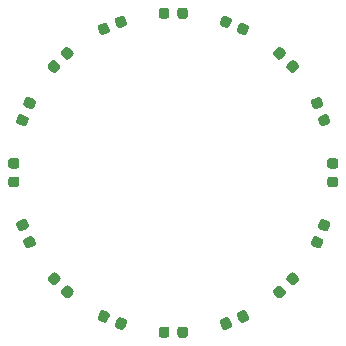
<source format=gbr>
G04 #@! TF.GenerationSoftware,KiCad,Pcbnew,(5.1.6)-1*
G04 #@! TF.CreationDate,2020-09-08T11:46:21-07:00*
G04 #@! TF.ProjectId,LED_Ring,4c45445f-5269-46e6-972e-6b696361645f,rev?*
G04 #@! TF.SameCoordinates,Original*
G04 #@! TF.FileFunction,Paste,Bot*
G04 #@! TF.FilePolarity,Positive*
%FSLAX46Y46*%
G04 Gerber Fmt 4.6, Leading zero omitted, Abs format (unit mm)*
G04 Created by KiCad (PCBNEW (5.1.6)-1) date 2020-09-08 11:46:21*
%MOMM*%
%LPD*%
G01*
G04 APERTURE LIST*
G04 APERTURE END LIST*
G36*
G01*
X114940931Y-67156943D02*
X114744806Y-67630431D01*
G75*
G02*
X114458995Y-67748818I-202099J83712D01*
G01*
X114054798Y-67581394D01*
G75*
G02*
X113936411Y-67295583I83712J202099D01*
G01*
X114132536Y-66822095D01*
G75*
G02*
X114418347Y-66703708I202099J-83712D01*
G01*
X114822544Y-66871132D01*
G75*
G02*
X114940931Y-67156943I-83712J-202099D01*
G01*
G37*
G36*
G01*
X116396041Y-67759669D02*
X116199916Y-68233157D01*
G75*
G02*
X115914105Y-68351544I-202099J83712D01*
G01*
X115509908Y-68184120D01*
G75*
G02*
X115391521Y-67898309I83712J202099D01*
G01*
X115587646Y-67424821D01*
G75*
G02*
X115873457Y-67306434I202099J-83712D01*
G01*
X116277654Y-67473858D01*
G75*
G02*
X116396041Y-67759669I-83712J-202099D01*
G01*
G37*
G36*
G01*
X119479650Y-70025374D02*
X119117258Y-70387767D01*
G75*
G02*
X118807898Y-70387767I-154680J154680D01*
G01*
X118498539Y-70078408D01*
G75*
G02*
X118498539Y-69769048I154680J154680D01*
G01*
X118860932Y-69406655D01*
G75*
G02*
X119170292Y-69406655I154680J-154680D01*
G01*
X119479651Y-69716014D01*
G75*
G02*
X119479651Y-70025374I-154680J-154680D01*
G01*
G37*
G36*
G01*
X120593344Y-71139068D02*
X120230952Y-71501461D01*
G75*
G02*
X119921592Y-71501461I-154680J154680D01*
G01*
X119612233Y-71192102D01*
G75*
G02*
X119612233Y-70882742I154680J154680D01*
G01*
X119974626Y-70520349D01*
G75*
G02*
X120283986Y-70520349I154680J-154680D01*
G01*
X120593345Y-70829708D01*
G75*
G02*
X120593345Y-71139068I-154680J-154680D01*
G01*
G37*
G36*
G01*
X122575179Y-74412354D02*
X122101691Y-74608479D01*
G75*
G02*
X121815880Y-74490092I-83712J202099D01*
G01*
X121648456Y-74085895D01*
G75*
G02*
X121766843Y-73800084I202099J83712D01*
G01*
X122240331Y-73603959D01*
G75*
G02*
X122526142Y-73722346I83712J-202099D01*
G01*
X122693566Y-74126543D01*
G75*
G02*
X122575179Y-74412354I-202099J-83712D01*
G01*
G37*
G36*
G01*
X123177905Y-75867464D02*
X122704417Y-76063589D01*
G75*
G02*
X122418606Y-75945202I-83712J202099D01*
G01*
X122251182Y-75541005D01*
G75*
G02*
X122369569Y-75255194I202099J83712D01*
G01*
X122843057Y-75059069D01*
G75*
G02*
X123128868Y-75177456I83712J-202099D01*
G01*
X123296292Y-75581653D01*
G75*
G02*
X123177905Y-75867464I-202099J-83712D01*
G01*
G37*
G36*
G01*
X123756250Y-79650000D02*
X123243750Y-79650000D01*
G75*
G02*
X123025000Y-79431250I0J218750D01*
G01*
X123025000Y-78993750D01*
G75*
G02*
X123243750Y-78775000I218750J0D01*
G01*
X123756250Y-78775000D01*
G75*
G02*
X123975000Y-78993750I0J-218750D01*
G01*
X123975000Y-79431250D01*
G75*
G02*
X123756250Y-79650000I-218750J0D01*
G01*
G37*
G36*
G01*
X123756250Y-81225000D02*
X123243750Y-81225000D01*
G75*
G02*
X123025000Y-81006250I0J218750D01*
G01*
X123025000Y-80568750D01*
G75*
G02*
X123243750Y-80350000I218750J0D01*
G01*
X123756250Y-80350000D01*
G75*
G02*
X123975000Y-80568750I0J-218750D01*
G01*
X123975000Y-81006250D01*
G75*
G02*
X123756250Y-81225000I-218750J0D01*
G01*
G37*
G36*
G01*
X122843057Y-84940931D02*
X122369569Y-84744806D01*
G75*
G02*
X122251182Y-84458995I83712J202099D01*
G01*
X122418606Y-84054798D01*
G75*
G02*
X122704417Y-83936411I202099J-83712D01*
G01*
X123177905Y-84132536D01*
G75*
G02*
X123296292Y-84418347I-83712J-202099D01*
G01*
X123128868Y-84822544D01*
G75*
G02*
X122843057Y-84940931I-202099J83712D01*
G01*
G37*
G36*
G01*
X122240331Y-86396041D02*
X121766843Y-86199916D01*
G75*
G02*
X121648456Y-85914105I83712J202099D01*
G01*
X121815880Y-85509908D01*
G75*
G02*
X122101691Y-85391521I202099J-83712D01*
G01*
X122575179Y-85587646D01*
G75*
G02*
X122693566Y-85873457I-83712J-202099D01*
G01*
X122526142Y-86277654D01*
G75*
G02*
X122240331Y-86396041I-202099J83712D01*
G01*
G37*
G36*
G01*
X119974626Y-89479650D02*
X119612233Y-89117258D01*
G75*
G02*
X119612233Y-88807898I154680J154680D01*
G01*
X119921592Y-88498539D01*
G75*
G02*
X120230952Y-88498539I154680J-154680D01*
G01*
X120593345Y-88860932D01*
G75*
G02*
X120593345Y-89170292I-154680J-154680D01*
G01*
X120283986Y-89479651D01*
G75*
G02*
X119974626Y-89479651I-154680J154680D01*
G01*
G37*
G36*
G01*
X118860932Y-90593344D02*
X118498539Y-90230952D01*
G75*
G02*
X118498539Y-89921592I154680J154680D01*
G01*
X118807898Y-89612233D01*
G75*
G02*
X119117258Y-89612233I154680J-154680D01*
G01*
X119479651Y-89974626D01*
G75*
G02*
X119479651Y-90283986I-154680J-154680D01*
G01*
X119170292Y-90593345D01*
G75*
G02*
X118860932Y-90593345I-154680J154680D01*
G01*
G37*
G36*
G01*
X115587646Y-92575179D02*
X115391521Y-92101691D01*
G75*
G02*
X115509908Y-91815880I202099J83712D01*
G01*
X115914105Y-91648456D01*
G75*
G02*
X116199916Y-91766843I83712J-202099D01*
G01*
X116396041Y-92240331D01*
G75*
G02*
X116277654Y-92526142I-202099J-83712D01*
G01*
X115873457Y-92693566D01*
G75*
G02*
X115587646Y-92575179I-83712J202099D01*
G01*
G37*
G36*
G01*
X114132536Y-93177905D02*
X113936411Y-92704417D01*
G75*
G02*
X114054798Y-92418606I202099J83712D01*
G01*
X114458995Y-92251182D01*
G75*
G02*
X114744806Y-92369569I83712J-202099D01*
G01*
X114940931Y-92843057D01*
G75*
G02*
X114822544Y-93128868I-202099J-83712D01*
G01*
X114418347Y-93296292D01*
G75*
G02*
X114132536Y-93177905I-83712J202099D01*
G01*
G37*
G36*
G01*
X110350000Y-93756250D02*
X110350000Y-93243750D01*
G75*
G02*
X110568750Y-93025000I218750J0D01*
G01*
X111006250Y-93025000D01*
G75*
G02*
X111225000Y-93243750I0J-218750D01*
G01*
X111225000Y-93756250D01*
G75*
G02*
X111006250Y-93975000I-218750J0D01*
G01*
X110568750Y-93975000D01*
G75*
G02*
X110350000Y-93756250I0J218750D01*
G01*
G37*
G36*
G01*
X108775000Y-93756250D02*
X108775000Y-93243750D01*
G75*
G02*
X108993750Y-93025000I218750J0D01*
G01*
X109431250Y-93025000D01*
G75*
G02*
X109650000Y-93243750I0J-218750D01*
G01*
X109650000Y-93756250D01*
G75*
G02*
X109431250Y-93975000I-218750J0D01*
G01*
X108993750Y-93975000D01*
G75*
G02*
X108775000Y-93756250I0J218750D01*
G01*
G37*
G36*
G01*
X104608479Y-92101691D02*
X104412354Y-92575179D01*
G75*
G02*
X104126543Y-92693566I-202099J83712D01*
G01*
X103722346Y-92526142D01*
G75*
G02*
X103603959Y-92240331I83712J202099D01*
G01*
X103800084Y-91766843D01*
G75*
G02*
X104085895Y-91648456I202099J-83712D01*
G01*
X104490092Y-91815880D01*
G75*
G02*
X104608479Y-92101691I-83712J-202099D01*
G01*
G37*
G36*
G01*
X106063589Y-92704417D02*
X105867464Y-93177905D01*
G75*
G02*
X105581653Y-93296292I-202099J83712D01*
G01*
X105177456Y-93128868D01*
G75*
G02*
X105059069Y-92843057I83712J202099D01*
G01*
X105255194Y-92369569D01*
G75*
G02*
X105541005Y-92251182I202099J-83712D01*
G01*
X105945202Y-92418606D01*
G75*
G02*
X106063589Y-92704417I-83712J-202099D01*
G01*
G37*
G36*
G01*
X100387766Y-89117258D02*
X100025374Y-89479651D01*
G75*
G02*
X99716014Y-89479651I-154680J154680D01*
G01*
X99406655Y-89170292D01*
G75*
G02*
X99406655Y-88860932I154680J154680D01*
G01*
X99769048Y-88498539D01*
G75*
G02*
X100078408Y-88498539I154680J-154680D01*
G01*
X100387767Y-88807898D01*
G75*
G02*
X100387767Y-89117258I-154680J-154680D01*
G01*
G37*
G36*
G01*
X101501460Y-90230952D02*
X101139068Y-90593345D01*
G75*
G02*
X100829708Y-90593345I-154680J154680D01*
G01*
X100520349Y-90283986D01*
G75*
G02*
X100520349Y-89974626I154680J154680D01*
G01*
X100882742Y-89612233D01*
G75*
G02*
X101192102Y-89612233I154680J-154680D01*
G01*
X101501461Y-89921592D01*
G75*
G02*
X101501461Y-90230952I-154680J-154680D01*
G01*
G37*
G36*
G01*
X97630431Y-84744806D02*
X97156943Y-84940931D01*
G75*
G02*
X96871132Y-84822544I-83712J202099D01*
G01*
X96703708Y-84418347D01*
G75*
G02*
X96822095Y-84132536I202099J83712D01*
G01*
X97295583Y-83936411D01*
G75*
G02*
X97581394Y-84054798I83712J-202099D01*
G01*
X97748818Y-84458995D01*
G75*
G02*
X97630431Y-84744806I-202099J-83712D01*
G01*
G37*
G36*
G01*
X98233157Y-86199916D02*
X97759669Y-86396041D01*
G75*
G02*
X97473858Y-86277654I-83712J202099D01*
G01*
X97306434Y-85873457D01*
G75*
G02*
X97424821Y-85587646I202099J83712D01*
G01*
X97898309Y-85391521D01*
G75*
G02*
X98184120Y-85509908I83712J-202099D01*
G01*
X98351544Y-85914105D01*
G75*
G02*
X98233157Y-86199916I-202099J-83712D01*
G01*
G37*
G36*
G01*
X96756250Y-79650000D02*
X96243750Y-79650000D01*
G75*
G02*
X96025000Y-79431250I0J218750D01*
G01*
X96025000Y-78993750D01*
G75*
G02*
X96243750Y-78775000I218750J0D01*
G01*
X96756250Y-78775000D01*
G75*
G02*
X96975000Y-78993750I0J-218750D01*
G01*
X96975000Y-79431250D01*
G75*
G02*
X96756250Y-79650000I-218750J0D01*
G01*
G37*
G36*
G01*
X96756250Y-81225000D02*
X96243750Y-81225000D01*
G75*
G02*
X96025000Y-81006250I0J218750D01*
G01*
X96025000Y-80568750D01*
G75*
G02*
X96243750Y-80350000I218750J0D01*
G01*
X96756250Y-80350000D01*
G75*
G02*
X96975000Y-80568750I0J-218750D01*
G01*
X96975000Y-81006250D01*
G75*
G02*
X96756250Y-81225000I-218750J0D01*
G01*
G37*
G36*
G01*
X97898309Y-74608479D02*
X97424821Y-74412354D01*
G75*
G02*
X97306434Y-74126543I83712J202099D01*
G01*
X97473858Y-73722346D01*
G75*
G02*
X97759669Y-73603959I202099J-83712D01*
G01*
X98233157Y-73800084D01*
G75*
G02*
X98351544Y-74085895I-83712J-202099D01*
G01*
X98184120Y-74490092D01*
G75*
G02*
X97898309Y-74608479I-202099J83712D01*
G01*
G37*
G36*
G01*
X97295583Y-76063589D02*
X96822095Y-75867464D01*
G75*
G02*
X96703708Y-75581653I83712J202099D01*
G01*
X96871132Y-75177456D01*
G75*
G02*
X97156943Y-75059069I202099J-83712D01*
G01*
X97630431Y-75255194D01*
G75*
G02*
X97748818Y-75541005I-83712J-202099D01*
G01*
X97581394Y-75945202D01*
G75*
G02*
X97295583Y-76063589I-202099J83712D01*
G01*
G37*
G36*
G01*
X100882742Y-70387766D02*
X100520349Y-70025374D01*
G75*
G02*
X100520349Y-69716014I154680J154680D01*
G01*
X100829708Y-69406655D01*
G75*
G02*
X101139068Y-69406655I154680J-154680D01*
G01*
X101501461Y-69769048D01*
G75*
G02*
X101501461Y-70078408I-154680J-154680D01*
G01*
X101192102Y-70387767D01*
G75*
G02*
X100882742Y-70387767I-154680J154680D01*
G01*
G37*
G36*
G01*
X99769048Y-71501460D02*
X99406655Y-71139068D01*
G75*
G02*
X99406655Y-70829708I154680J154680D01*
G01*
X99716014Y-70520349D01*
G75*
G02*
X100025374Y-70520349I154680J-154680D01*
G01*
X100387767Y-70882742D01*
G75*
G02*
X100387767Y-71192102I-154680J-154680D01*
G01*
X100078408Y-71501461D01*
G75*
G02*
X99769048Y-71501461I-154680J154680D01*
G01*
G37*
G36*
G01*
X105255194Y-67630431D02*
X105059069Y-67156943D01*
G75*
G02*
X105177456Y-66871132I202099J83712D01*
G01*
X105581653Y-66703708D01*
G75*
G02*
X105867464Y-66822095I83712J-202099D01*
G01*
X106063589Y-67295583D01*
G75*
G02*
X105945202Y-67581394I-202099J-83712D01*
G01*
X105541005Y-67748818D01*
G75*
G02*
X105255194Y-67630431I-83712J202099D01*
G01*
G37*
G36*
G01*
X103800084Y-68233157D02*
X103603959Y-67759669D01*
G75*
G02*
X103722346Y-67473858I202099J83712D01*
G01*
X104126543Y-67306434D01*
G75*
G02*
X104412354Y-67424821I83712J-202099D01*
G01*
X104608479Y-67898309D01*
G75*
G02*
X104490092Y-68184120I-202099J-83712D01*
G01*
X104085895Y-68351544D01*
G75*
G02*
X103800084Y-68233157I-83712J202099D01*
G01*
G37*
G36*
G01*
X108775000Y-66756250D02*
X108775000Y-66243750D01*
G75*
G02*
X108993750Y-66025000I218750J0D01*
G01*
X109431250Y-66025000D01*
G75*
G02*
X109650000Y-66243750I0J-218750D01*
G01*
X109650000Y-66756250D01*
G75*
G02*
X109431250Y-66975000I-218750J0D01*
G01*
X108993750Y-66975000D01*
G75*
G02*
X108775000Y-66756250I0J218750D01*
G01*
G37*
G36*
G01*
X110350000Y-66756250D02*
X110350000Y-66243750D01*
G75*
G02*
X110568750Y-66025000I218750J0D01*
G01*
X111006250Y-66025000D01*
G75*
G02*
X111225000Y-66243750I0J-218750D01*
G01*
X111225000Y-66756250D01*
G75*
G02*
X111006250Y-66975000I-218750J0D01*
G01*
X110568750Y-66975000D01*
G75*
G02*
X110350000Y-66756250I0J218750D01*
G01*
G37*
M02*

</source>
